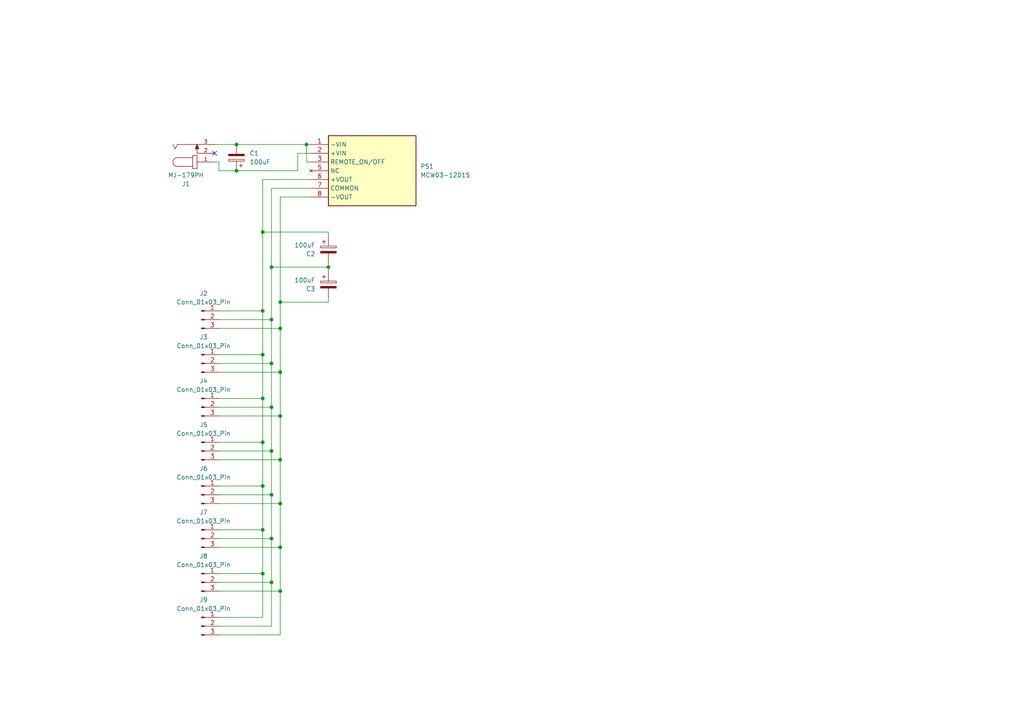
<source format=kicad_sch>
(kicad_sch (version 20231120) (generator "eeschema") (generator_version "8.0")
  (paper "A4")
  (lib_symbols
    (symbol "Connector:Conn_01x03_Pin" (pin_names (offset 1.016) hide)
      (property "Reference" "J" (at 0 5.08 0))
      (property "Value" "Conn_01x03_Pin" (at 0 -5.08 0))
      (symbol "Conn_01x03_Pin_1_1"
        (polyline (pts (xy 1.27 -2.54) (xy 0.8636 -2.54)) (stroke (width 0.1524)))
        (polyline (pts (xy 1.27 0) (xy 0.8636 0)) (stroke (width 0.1524)))
        (polyline (pts (xy 1.27 2.54) (xy 0.8636 2.54)) (stroke (width 0.1524)))
        (rectangle (start 0.8636 -2.413) (end 0 -2.667) (stroke (width 0.1524)) (fill (type outline)))
        (rectangle (start 0.8636 0.127) (end 0 -0.127) (stroke (width 0.1524)) (fill (type outline)))
        (rectangle (start 0.8636 2.667) (end 0 2.413) (stroke (width 0.1524)) (fill (type outline)))
        (pin passive line (at 5.08 2.54 180) (length 3.81) (name "Pin_1") (number "1"))
        (pin passive line (at 5.08 0 180) (length 3.81) (name "Pin_2") (number "2"))
        (pin passive line (at 5.08 -2.54 180) (length 3.81) (name "Pin_3") (number "3"))
      )
    )
    (symbol "Device:C_Polarized" (pin_numbers hide) (pin_names (offset 0.254))
      (property "Reference" "C" (at 0.635 2.54 0))
      (property "Value" "C_Polarized" (at 0.635 -2.54 0))
      (symbol "C_Polarized_0_1"
        (rectangle (start -2.286 0.508) (end 2.286 1.016))
        (polyline (pts (xy -1.778 2.286) (xy -0.762 2.286)))
        (polyline (pts (xy -1.27 2.794) (xy -1.27 1.778)))
        (rectangle (start 2.286 -0.508) (end -2.286 -1.016) (fill (type outline)))
      )
      (symbol "C_Polarized_1_1"
        (pin passive line (at 0 3.81 270) (length 2.794) (name "~") (number "1"))
        (pin passive line (at 0 -3.81 90) (length 2.794) (name "~") (number "2"))
      )
    )
    (symbol "MCW03-12D15:MCW03-12D15"
      (property "Reference" "PS" (at 31.75 7.62 0))
      (property "Value" "MCW03-12D15" (at 31.75 5.08 0))
      (symbol "MCW03-12D15_1_1"
        (rectangle (start 5.08 2.54) (end 30.48 -17.78) (stroke (width 0.254)) (fill (type background)))
        (pin passive line (at 0 0 0) (length 5.08) (name "-VIN") (number "1"))
        (pin passive line (at 0 -2.54 0) (length 5.08) (name "+VIN") (number "2"))
        (pin passive line (at 0 -5.08 0) (length 5.08) (name "REMOTE_ON/OFF") (number "3"))
        (pin no_connect line (at 0 -7.62 0) (length 5.08) (name "NC") (number "5"))
        (pin passive line (at 0 -10.16 0) (length 5.08) (name "+VOUT") (number "6"))
        (pin passive line (at 0 -12.7 0) (length 5.08) (name "COMMON") (number "7"))
        (pin passive line (at 0 -15.24 0) (length 5.08) (name "-VOUT") (number "8"))
      )
    )
    (symbol "MJ-179PH:MJ-179PH" (pin_names (offset 1.016))
      (property "Reference" "J" (at -7.62 5.08 0))
      (property "Value" "MJ-179PH" (at -7.62 -5.08 0))
      (symbol "MJ-179PH_0_0"
        (arc (start -5.715 3.81) (mid -6.9794 2.54) (end -5.715 1.27) (stroke (width 0.1524)))
        (polyline (pts (xy -6.35 -1.27) (xy -6.985 -2.54)) (stroke (width 0.1524)))
        (polyline (pts (xy -5.715 -2.54) (xy -6.35 -1.27)) (stroke (width 0.1524)))
        (polyline (pts (xy -5.715 3.81) (xy -1.27 3.81)) (stroke (width 0.1524)))
        (polyline (pts (xy -1.27 0.635) (xy 0 0.635)) (stroke (width 0.1524)))
        (polyline (pts (xy -1.27 1.27) (xy -5.715 1.27)) (stroke (width 0.1524)))
        (polyline (pts (xy -1.27 1.27) (xy -1.27 0.635)) (stroke (width 0.1524)))
        (polyline (pts (xy -1.27 3.81) (xy -1.27 1.27)) (stroke (width 0.1524)))
        (polyline (pts (xy -1.27 4.445) (xy -1.27 3.81)) (stroke (width 0.1524)))
        (polyline (pts (xy 0 -2.54) (xy -5.715 -2.54)) (stroke (width 0.1524)))
        (polyline (pts (xy 0 0) (xy 0 -2.54)) (stroke (width 0.1524)))
        (polyline (pts (xy 0 0.635) (xy 0 4.445)) (stroke (width 0.1524)))
        (polyline (pts (xy 0 4.445) (xy -1.27 4.445)) (stroke (width 0.1524)))
        (polyline (pts (xy 0 -2.54) (xy -0.508 -1.27) (xy 0.508 -1.27) (xy 0 -2.54)) (stroke (width 0.1524)) (fill (type outline)))
        (pin passive line (at 5.08 2.54 180) (length 5.08) (name "~") (number "1"))
        (pin passive line (at 5.08 0 180) (length 5.08) (name "~") (number "2"))
        (pin passive line (at 5.08 -2.54 180) (length 5.08) (name "~") (number "3"))
      )
    )
  )
  (junction (at 76.2 140.97))
  (junction (at 78.74 118.11))
  (junction (at 76.2 115.57))
  (junction (at 78.74 92.71))
  (junction (at 81.28 107.95))
  (junction (at 81.28 171.45))
  (junction (at 76.2 166.37))
  (junction (at 95.25 77.47))
  (junction (at 81.28 158.75))
  (junction (at 81.28 133.35))
  (junction (at 78.74 105.41))
  (junction (at 76.2 153.67))
  (junction (at 78.74 143.51))
  (junction (at 81.28 146.05))
  (junction (at 76.2 102.87))
  (junction (at 81.28 120.65))
  (junction (at 78.74 77.47))
  (junction (at 78.74 168.91))
  (junction (at 78.74 156.21))
  (junction (at 68.58 41.91))
  (junction (at 76.2 128.27))
  (junction (at 88.9 41.91))
  (junction (at 76.2 67.31))
  (junction (at 81.28 95.25))
  (junction (at 78.74 130.81))
  (junction (at 81.28 87.63))
  (junction (at 68.58 49.53))
  (junction (at 76.2 90.17))
  (no_connect (at 62.23 44.45))
  (wire (pts (xy 78.74 143.51) (xy 78.74 156.21)))
  (wire (pts (xy 81.28 158.75) (xy 81.28 171.45)))
  (wire (pts (xy 63.5 105.41) (xy 78.74 105.41)))
  (wire (pts (xy 76.2 128.27) (xy 76.2 140.97)))
  (wire (pts (xy 76.2 52.07) (xy 76.2 67.31)))
  (wire (pts (xy 88.9 41.91) (xy 90.17 41.91)))
  (wire (pts (xy 76.2 90.17) (xy 76.2 102.87)))
  (wire (pts (xy 78.74 156.21) (xy 78.74 168.91)))
  (wire (pts (xy 90.17 54.61) (xy 78.74 54.61)))
  (wire (pts (xy 63.5 166.37) (xy 76.2 166.37)))
  (wire (pts (xy 81.28 120.65) (xy 81.28 133.35)))
  (wire (pts (xy 63.5 46.99) (xy 63.5 49.53)))
  (wire (pts (xy 76.2 140.97) (xy 76.2 153.67)))
  (wire (pts (xy 81.28 87.63) (xy 81.28 95.25)))
  (wire (pts (xy 78.74 105.41) (xy 78.74 118.11)))
  (wire (pts (xy 63.5 130.81) (xy 78.74 130.81)))
  (wire (pts (xy 86.36 44.45) (xy 90.17 44.45)))
  (wire (pts (xy 95.25 77.47) (xy 78.74 77.47)))
  (wire (pts (xy 76.2 67.31) (xy 95.25 67.31)))
  (wire (pts (xy 63.5 143.51) (xy 78.74 143.51)))
  (wire (pts (xy 76.2 115.57) (xy 76.2 128.27)))
  (wire (pts (xy 78.74 130.81) (xy 78.74 143.51)))
  (wire (pts (xy 76.2 102.87) (xy 76.2 115.57)))
  (wire (pts (xy 63.5 115.57) (xy 76.2 115.57)))
  (wire (pts (xy 81.28 87.63) (xy 95.25 87.63)))
  (wire (pts (xy 63.5 153.67) (xy 76.2 153.67)))
  (wire (pts (xy 76.2 67.31) (xy 76.2 90.17)))
  (wire (pts (xy 81.28 95.25) (xy 81.28 107.95)))
  (wire (pts (xy 95.25 67.31) (xy 95.25 68.58)))
  (wire (pts (xy 68.58 41.91) (xy 88.9 41.91)))
  (wire (pts (xy 63.5 179.07) (xy 76.2 179.07)))
  (wire (pts (xy 63.5 156.21) (xy 78.74 156.21)))
  (wire (pts (xy 78.74 54.61) (xy 78.74 77.47)))
  (wire (pts (xy 88.9 46.99) (xy 88.9 41.91)))
  (wire (pts (xy 63.5 158.75) (xy 81.28 158.75)))
  (wire (pts (xy 78.74 92.71) (xy 78.74 105.41)))
  (wire (pts (xy 63.5 92.71) (xy 78.74 92.71)))
  (wire (pts (xy 78.74 118.11) (xy 78.74 130.81)))
  (wire (pts (xy 86.36 44.45) (xy 86.36 49.53)))
  (wire (pts (xy 62.23 46.99) (xy 63.5 46.99)))
  (wire (pts (xy 76.2 153.67) (xy 76.2 166.37)))
  (wire (pts (xy 90.17 57.15) (xy 81.28 57.15)))
  (wire (pts (xy 63.5 118.11) (xy 78.74 118.11)))
  (wire (pts (xy 63.5 168.91) (xy 78.74 168.91)))
  (wire (pts (xy 63.5 184.15) (xy 81.28 184.15)))
  (wire (pts (xy 81.28 133.35) (xy 81.28 146.05)))
  (wire (pts (xy 63.5 128.27) (xy 76.2 128.27)))
  (wire (pts (xy 90.17 52.07) (xy 76.2 52.07)))
  (wire (pts (xy 78.74 168.91) (xy 78.74 181.61)))
  (wire (pts (xy 81.28 57.15) (xy 81.28 87.63)))
  (wire (pts (xy 63.5 120.65) (xy 81.28 120.65)))
  (wire (pts (xy 81.28 146.05) (xy 81.28 158.75)))
  (wire (pts (xy 63.5 181.61) (xy 78.74 181.61)))
  (wire (pts (xy 63.5 171.45) (xy 81.28 171.45)))
  (wire (pts (xy 63.5 102.87) (xy 76.2 102.87)))
  (wire (pts (xy 95.25 77.47) (xy 95.25 78.74)))
  (wire (pts (xy 95.25 76.2) (xy 95.25 77.47)))
  (wire (pts (xy 81.28 107.95) (xy 81.28 120.65)))
  (wire (pts (xy 90.17 46.99) (xy 88.9 46.99)))
  (wire (pts (xy 63.5 49.53) (xy 68.58 49.53)))
  (wire (pts (xy 63.5 90.17) (xy 76.2 90.17)))
  (wire (pts (xy 63.5 146.05) (xy 81.28 146.05)))
  (wire (pts (xy 95.25 87.63) (xy 95.25 86.36)))
  (wire (pts (xy 63.5 95.25) (xy 81.28 95.25)))
  (wire (pts (xy 76.2 166.37) (xy 76.2 179.07)))
  (wire (pts (xy 78.74 77.47) (xy 78.74 92.71)))
  (wire (pts (xy 68.58 49.53) (xy 86.36 49.53)))
  (wire (pts (xy 63.5 133.35) (xy 81.28 133.35)))
  (wire (pts (xy 63.5 107.95) (xy 81.28 107.95)))
  (wire (pts (xy 63.5 140.97) (xy 76.2 140.97)))
  (wire (pts (xy 62.23 41.91) (xy 68.58 41.91)))
  (wire (pts (xy 81.28 171.45) (xy 81.28 184.15)))
  (symbol (lib_id "Device:C_Polarized") (at 95.25 72.39 0) (unit 1)
    (property "Reference" "C2" (at 91.44 73.66 0) (effects (justify right)))
    (property "Value" "100uF" (at 91.44 71.12 0) (effects (justify right)))
    (property "Footprint" "Capacitor_SMD:C_1206_3216Metric" (effects (hide yes)))
    (property "Description" "Polarized capacitor" (effects (hide yes)))
  )
  (symbol (lib_id "Connector:Conn_01x03_Pin") (at 58.42 92.71 0) (unit 1)
    (property "Reference" "J2" (at 59.055 85.09 0))
    (property "Value" "Conn_01x03_Pin" (at 59.055 87.63 0))
    (property "Footprint" "Connector_JST:JST_XH_B3B-XH-A_1x03_P2.50mm_Vertical" (effects (hide yes)))
    (property "Description" "Generic connector, single row, 01x03, script generated" (effects (hide yes)))
  )
  (symbol (lib_id "Connector:Conn_01x03_Pin") (at 58.42 156.21 0) (unit 1)
    (property "Reference" "J7" (at 59.055 148.59 0))
    (property "Value" "Conn_01x03_Pin" (at 59.055 151.13 0))
    (property "Footprint" "Connector_JST:JST_XH_B3B-XH-A_1x03_P2.50mm_Vertical" (effects (hide yes)))
    (property "Description" "Generic connector, single row, 01x03, script generated" (effects (hide yes)))
  )
  (symbol (lib_id "Connector:Conn_01x03_Pin") (at 58.42 105.41 0) (unit 1)
    (property "Reference" "J3" (at 59.055 97.79 0))
    (property "Value" "Conn_01x03_Pin" (at 59.055 100.33 0))
    (property "Footprint" "Connector_JST:JST_XH_B3B-XH-A_1x03_P2.50mm_Vertical" (effects (hide yes)))
    (property "Description" "Generic connector, single row, 01x03, script generated" (effects (hide yes)))
  )
  (symbol (lib_id "Connector:Conn_01x03_Pin") (at 58.42 168.91 0) (unit 1)
    (property "Reference" "J8" (at 59.055 161.29 0))
    (property "Value" "Conn_01x03_Pin" (at 59.055 163.83 0))
    (property "Footprint" "Connector_JST:JST_XH_B3B-XH-A_1x03_P2.50mm_Vertical" (effects (hide yes)))
    (property "Description" "Generic connector, single row, 01x03, script generated" (effects (hide yes)))
  )
  (symbol (lib_id "Device:C_Polarized") (at 68.58 45.72 180) (unit 1)
    (property "Reference" "C1" (at 72.39 44.45 0) (effects (justify right)))
    (property "Value" "100uF" (at 72.39 46.99 0) (effects (justify right)))
    (property "Footprint" "Capacitor_SMD:C_1206_3216Metric" (effects (hide yes)))
    (property "Description" "Polarized capacitor" (effects (hide yes)))
  )
  (symbol (lib_id "Connector:Conn_01x03_Pin") (at 58.42 181.61 0) (unit 1)
    (property "Reference" "J9" (at 59.055 173.99 0))
    (property "Value" "Conn_01x03_Pin" (at 59.055 176.53 0))
    (property "Footprint" "Connector_JST:JST_XH_B3B-XH-A_1x03_P2.50mm_Vertical" (effects (hide yes)))
    (property "Description" "Generic connector, single row, 01x03, script generated" (effects (hide yes)))
  )
  (symbol (lib_id "Connector:Conn_01x03_Pin") (at 58.42 143.51 0) (unit 1)
    (property "Reference" "J6" (at 59.055 135.89 0))
    (property "Value" "Conn_01x03_Pin" (at 59.055 138.43 0))
    (property "Footprint" "Connector_JST:JST_XH_B3B-XH-A_1x03_P2.50mm_Vertical" (effects (hide yes)))
    (property "Description" "Generic connector, single row, 01x03, script generated" (effects (hide yes)))
  )
  (symbol (lib_id "MJ-179PH:MJ-179PH") (at 57.15 44.45 0) (mirror x) (unit 1)
    (property "Reference" "J1" (at 53.9115 53.34 0))
    (property "Value" "MJ-179PH" (at 53.9115 50.8 0))
    (property "Footprint" "MJ-179PH:MJ-179PH" (effects (hide yes)))
    (property "CURRENT-RATING" "4A" (effects (hide yes)))
    (property "MF" "Multicomp" (effects (hide yes)))
    (property "Description_1" "\n                        \n                            SOCKET, LOW VOLTAGE; Connector Type: Standard Power Entry; Gender: Socket; Voltage Rating: 12V; Current Rating: 5A; C...\n                        \n" (effects (hide yes)))
    (property "Package" "None" (effects (hide yes)))
    (property "GENDER" "Socket,female" (effects (hide yes)))
    (property "BRAND" "Multicomp" (effects (hide yes)))
    (property "BODY_ORIENTATION" "Right angle" (effects (hide yes)))
    (property "Check_prices" "https://www.snapeda.com/parts/MJ-179PH/Multicomp/view-part/?ref=eda" (effects (hide yes)))
    (property "Price" "None" (effects (hide yes)))
    (property "VOLTAGE-RATING" "12VDC" (effects (hide yes)))
    (property "SnapEDA_Link" "https://www.snapeda.com/parts/MJ-179PH/Multicomp/view-part/?ref=snap" (effects (hide yes)))
    (property "MFR-NO" "MJ-179PH" (effects (hide yes)))
    (property "INSIDE_CONTACT_DIAMETER" "1,95mm" (effects (hide yes)))
    (property "FARNELL" "1737246" (effects (hide yes)))
    (property "Availability" "Not in stock" (effects (hide yes)))
    (property "TYPE" "PCB through hole" (effects (hide yes)))
    (property "OUTSIDE_CONTACT_DIAMETER" "6mm" (effects (hide yes)))
    (property "MP" "MJ-179PH" (effects (hide yes)))
  )
  (symbol (lib_id "Connector:Conn_01x03_Pin") (at 58.42 118.11 0) (unit 1)
    (property "Reference" "J4" (at 59.055 110.49 0))
    (property "Value" "Conn_01x03_Pin" (at 59.055 113.03 0))
    (property "Footprint" "Connector_JST:JST_XH_B3B-XH-A_1x03_P2.50mm_Vertical" (effects (hide yes)))
    (property "Description" "Generic connector, single row, 01x03, script generated" (effects (hide yes)))
  )
  (symbol (lib_id "Connector:Conn_01x03_Pin") (at 58.42 130.81 0) (unit 1)
    (property "Reference" "J5" (at 59.055 123.19 0))
    (property "Value" "Conn_01x03_Pin" (at 59.055 125.73 0))
    (property "Footprint" "Connector_JST:JST_XH_B3B-XH-A_1x03_P2.50mm_Vertical" (effects (hide yes)))
    (property "Description" "Generic connector, single row, 01x03, script generated" (effects (hide yes)))
  )
  (symbol (lib_id "MCW03-12D15:MCW03-12D15") (at 90.17 41.91 0) (unit 1)
    (property "Reference" "PS1" (at 121.92 48.2599 0) (effects (justify left)))
    (property "Value" "MCW03-12D15" (at 121.92 50.7999 0) (effects (justify left)))
    (property "Footprint" "MCW03-12D15:MCW0312D15" (effects (hide yes)))
    (property "Datasheet" "https://www.minmaxpower.com/storage/media/Product-MINMAX/MCW03/MCW03_Datasheet.pdf" (effects (hide yes)))
    (property "Description" "The MCW03 series is a range of isolated 3W DC-DC converter modules featuring fully regulated output and wide 2:1 input voltage ranges. The product comes in a SIP-8 package with a very small footprint occupying only 0.3 square in. on the PCB." (effects (hide yes)))
    (property "Height" "11.7" (effects (hide yes)))
    (property "Manufacturer_Name" "Minmax" (effects (hide yes)))
    (property "Manufacturer_Part_Number" "MCW03-12D15" (effects (hide yes)))
  )
  (symbol (lib_id "Device:C_Polarized") (at 95.25 82.55 0) (unit 1)
    (property "Reference" "C3" (at 91.44 83.82 0) (effects (justify right)))
    (property "Value" "100uF" (at 91.44 81.28 0) (effects (justify right)))
    (property "Footprint" "Capacitor_SMD:C_1206_3216Metric" (effects (hide yes)))
    (property "Description" "Polarized capacitor" (effects (hide yes)))
  )
)
</source>
